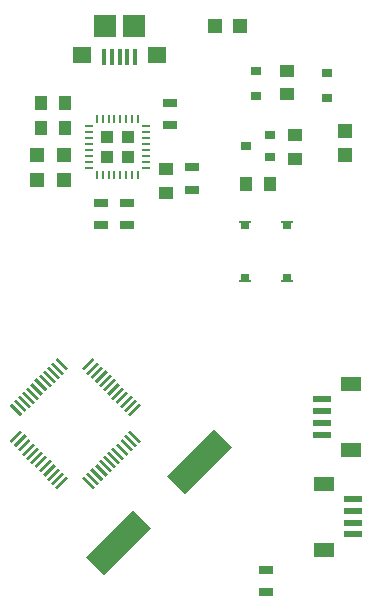
<source format=gtp>
G04 #@! TF.FileFunction,Paste,Top*
%FSLAX46Y46*%
G04 Gerber Fmt 4.6, Leading zero omitted, Abs format (unit mm)*
G04 Created by KiCad (PCBNEW 4.0.5) date Tuesday, June 20, 2017 'PMt' 03:43:36 PM*
%MOMM*%
%LPD*%
G01*
G04 APERTURE LIST*
%ADD10C,0.100000*%
%ADD11R,1.000000X1.250000*%
%ADD12R,1.250000X1.000000*%
%ADD13R,0.900000X0.800000*%
%ADD14R,1.198880X1.198880*%
%ADD15R,0.400000X1.350000*%
%ADD16R,1.600000X1.400000*%
%ADD17R,1.900000X1.900000*%
%ADD18R,1.550000X0.600000*%
%ADD19R,1.800000X1.200000*%
%ADD20R,1.300000X0.700000*%
%ADD21R,1.100000X0.200000*%
%ADD22R,0.700000X0.700000*%
%ADD23R,0.700000X0.250000*%
%ADD24R,0.250000X0.700000*%
%ADD25R,1.035000X1.035000*%
G04 APERTURE END LIST*
D10*
G36*
X132123341Y-101976324D02*
X133608676Y-103461659D01*
X129648383Y-107421952D01*
X128163048Y-105936617D01*
X132123341Y-101976324D01*
X132123341Y-101976324D01*
G37*
G36*
X125266017Y-108833648D02*
X126751352Y-110318983D01*
X122791059Y-114279276D01*
X121305724Y-112793941D01*
X125266017Y-108833648D01*
X125266017Y-108833648D01*
G37*
D11*
X119516400Y-76469240D03*
X117516400Y-76469240D03*
X119496080Y-74305160D03*
X117496080Y-74305160D03*
D12*
X128036320Y-79914240D03*
X128036320Y-81914240D03*
D11*
X134864600Y-81183480D03*
X136864600Y-81183480D03*
D12*
X138988800Y-77069440D03*
X138988800Y-79069440D03*
D13*
X141711680Y-73917520D03*
X141711680Y-71817520D03*
X135636000Y-73744800D03*
X135636000Y-71644800D03*
D14*
X119430800Y-80850740D03*
X119430800Y-78752700D03*
X117124480Y-80845660D03*
X117124480Y-78747620D03*
X132199380Y-67843400D03*
X134297420Y-67843400D03*
D10*
G36*
X122049979Y-106839289D02*
X121873202Y-107016066D01*
X120953963Y-106096827D01*
X121130740Y-105920050D01*
X122049979Y-106839289D01*
X122049979Y-106839289D01*
G37*
G36*
X122403532Y-106485736D02*
X122226755Y-106662513D01*
X121307516Y-105743274D01*
X121484293Y-105566497D01*
X122403532Y-106485736D01*
X122403532Y-106485736D01*
G37*
G36*
X122757086Y-106132182D02*
X122580309Y-106308959D01*
X121661070Y-105389720D01*
X121837847Y-105212943D01*
X122757086Y-106132182D01*
X122757086Y-106132182D01*
G37*
G36*
X123110639Y-105778629D02*
X122933862Y-105955406D01*
X122014623Y-105036167D01*
X122191400Y-104859390D01*
X123110639Y-105778629D01*
X123110639Y-105778629D01*
G37*
G36*
X123464192Y-105425076D02*
X123287415Y-105601853D01*
X122368176Y-104682614D01*
X122544953Y-104505837D01*
X123464192Y-105425076D01*
X123464192Y-105425076D01*
G37*
G36*
X123817746Y-105071522D02*
X123640969Y-105248299D01*
X122721730Y-104329060D01*
X122898507Y-104152283D01*
X123817746Y-105071522D01*
X123817746Y-105071522D01*
G37*
G36*
X124171299Y-104717969D02*
X123994522Y-104894746D01*
X123075283Y-103975507D01*
X123252060Y-103798730D01*
X124171299Y-104717969D01*
X124171299Y-104717969D01*
G37*
G36*
X124524853Y-104364415D02*
X124348076Y-104541192D01*
X123428837Y-103621953D01*
X123605614Y-103445176D01*
X124524853Y-104364415D01*
X124524853Y-104364415D01*
G37*
G36*
X124878406Y-104010862D02*
X124701629Y-104187639D01*
X123782390Y-103268400D01*
X123959167Y-103091623D01*
X124878406Y-104010862D01*
X124878406Y-104010862D01*
G37*
G36*
X125231959Y-103657309D02*
X125055182Y-103834086D01*
X124135943Y-102914847D01*
X124312720Y-102738070D01*
X125231959Y-103657309D01*
X125231959Y-103657309D01*
G37*
G36*
X125585513Y-103303755D02*
X125408736Y-103480532D01*
X124489497Y-102561293D01*
X124666274Y-102384516D01*
X125585513Y-103303755D01*
X125585513Y-103303755D01*
G37*
G36*
X125939066Y-102950202D02*
X125762289Y-103126979D01*
X124843050Y-102207740D01*
X125019827Y-102030963D01*
X125939066Y-102950202D01*
X125939066Y-102950202D01*
G37*
G36*
X125762289Y-99768221D02*
X125939066Y-99944998D01*
X125019827Y-100864237D01*
X124843050Y-100687460D01*
X125762289Y-99768221D01*
X125762289Y-99768221D01*
G37*
G36*
X125408736Y-99414668D02*
X125585513Y-99591445D01*
X124666274Y-100510684D01*
X124489497Y-100333907D01*
X125408736Y-99414668D01*
X125408736Y-99414668D01*
G37*
G36*
X125055182Y-99061114D02*
X125231959Y-99237891D01*
X124312720Y-100157130D01*
X124135943Y-99980353D01*
X125055182Y-99061114D01*
X125055182Y-99061114D01*
G37*
G36*
X124701629Y-98707561D02*
X124878406Y-98884338D01*
X123959167Y-99803577D01*
X123782390Y-99626800D01*
X124701629Y-98707561D01*
X124701629Y-98707561D01*
G37*
G36*
X124348076Y-98354008D02*
X124524853Y-98530785D01*
X123605614Y-99450024D01*
X123428837Y-99273247D01*
X124348076Y-98354008D01*
X124348076Y-98354008D01*
G37*
G36*
X123994522Y-98000454D02*
X124171299Y-98177231D01*
X123252060Y-99096470D01*
X123075283Y-98919693D01*
X123994522Y-98000454D01*
X123994522Y-98000454D01*
G37*
G36*
X123640969Y-97646901D02*
X123817746Y-97823678D01*
X122898507Y-98742917D01*
X122721730Y-98566140D01*
X123640969Y-97646901D01*
X123640969Y-97646901D01*
G37*
G36*
X123287415Y-97293347D02*
X123464192Y-97470124D01*
X122544953Y-98389363D01*
X122368176Y-98212586D01*
X123287415Y-97293347D01*
X123287415Y-97293347D01*
G37*
G36*
X122933862Y-96939794D02*
X123110639Y-97116571D01*
X122191400Y-98035810D01*
X122014623Y-97859033D01*
X122933862Y-96939794D01*
X122933862Y-96939794D01*
G37*
G36*
X122580309Y-96586241D02*
X122757086Y-96763018D01*
X121837847Y-97682257D01*
X121661070Y-97505480D01*
X122580309Y-96586241D01*
X122580309Y-96586241D01*
G37*
G36*
X122226755Y-96232687D02*
X122403532Y-96409464D01*
X121484293Y-97328703D01*
X121307516Y-97151926D01*
X122226755Y-96232687D01*
X122226755Y-96232687D01*
G37*
G36*
X121873202Y-95879134D02*
X122049979Y-96055911D01*
X121130740Y-96975150D01*
X120953963Y-96798373D01*
X121873202Y-95879134D01*
X121873202Y-95879134D01*
G37*
G36*
X119787237Y-96798373D02*
X119610460Y-96975150D01*
X118691221Y-96055911D01*
X118867998Y-95879134D01*
X119787237Y-96798373D01*
X119787237Y-96798373D01*
G37*
G36*
X119433684Y-97151926D02*
X119256907Y-97328703D01*
X118337668Y-96409464D01*
X118514445Y-96232687D01*
X119433684Y-97151926D01*
X119433684Y-97151926D01*
G37*
G36*
X119080130Y-97505480D02*
X118903353Y-97682257D01*
X117984114Y-96763018D01*
X118160891Y-96586241D01*
X119080130Y-97505480D01*
X119080130Y-97505480D01*
G37*
G36*
X118726577Y-97859033D02*
X118549800Y-98035810D01*
X117630561Y-97116571D01*
X117807338Y-96939794D01*
X118726577Y-97859033D01*
X118726577Y-97859033D01*
G37*
G36*
X118373024Y-98212586D02*
X118196247Y-98389363D01*
X117277008Y-97470124D01*
X117453785Y-97293347D01*
X118373024Y-98212586D01*
X118373024Y-98212586D01*
G37*
G36*
X118019470Y-98566140D02*
X117842693Y-98742917D01*
X116923454Y-97823678D01*
X117100231Y-97646901D01*
X118019470Y-98566140D01*
X118019470Y-98566140D01*
G37*
G36*
X117665917Y-98919693D02*
X117489140Y-99096470D01*
X116569901Y-98177231D01*
X116746678Y-98000454D01*
X117665917Y-98919693D01*
X117665917Y-98919693D01*
G37*
G36*
X117312363Y-99273247D02*
X117135586Y-99450024D01*
X116216347Y-98530785D01*
X116393124Y-98354008D01*
X117312363Y-99273247D01*
X117312363Y-99273247D01*
G37*
G36*
X116958810Y-99626800D02*
X116782033Y-99803577D01*
X115862794Y-98884338D01*
X116039571Y-98707561D01*
X116958810Y-99626800D01*
X116958810Y-99626800D01*
G37*
G36*
X116605257Y-99980353D02*
X116428480Y-100157130D01*
X115509241Y-99237891D01*
X115686018Y-99061114D01*
X116605257Y-99980353D01*
X116605257Y-99980353D01*
G37*
G36*
X116251703Y-100333907D02*
X116074926Y-100510684D01*
X115155687Y-99591445D01*
X115332464Y-99414668D01*
X116251703Y-100333907D01*
X116251703Y-100333907D01*
G37*
G36*
X115898150Y-100687460D02*
X115721373Y-100864237D01*
X114802134Y-99944998D01*
X114978911Y-99768221D01*
X115898150Y-100687460D01*
X115898150Y-100687460D01*
G37*
G36*
X115721373Y-102030963D02*
X115898150Y-102207740D01*
X114978911Y-103126979D01*
X114802134Y-102950202D01*
X115721373Y-102030963D01*
X115721373Y-102030963D01*
G37*
G36*
X116074926Y-102384516D02*
X116251703Y-102561293D01*
X115332464Y-103480532D01*
X115155687Y-103303755D01*
X116074926Y-102384516D01*
X116074926Y-102384516D01*
G37*
G36*
X116428480Y-102738070D02*
X116605257Y-102914847D01*
X115686018Y-103834086D01*
X115509241Y-103657309D01*
X116428480Y-102738070D01*
X116428480Y-102738070D01*
G37*
G36*
X116782033Y-103091623D02*
X116958810Y-103268400D01*
X116039571Y-104187639D01*
X115862794Y-104010862D01*
X116782033Y-103091623D01*
X116782033Y-103091623D01*
G37*
G36*
X117135586Y-103445176D02*
X117312363Y-103621953D01*
X116393124Y-104541192D01*
X116216347Y-104364415D01*
X117135586Y-103445176D01*
X117135586Y-103445176D01*
G37*
G36*
X117489140Y-103798730D02*
X117665917Y-103975507D01*
X116746678Y-104894746D01*
X116569901Y-104717969D01*
X117489140Y-103798730D01*
X117489140Y-103798730D01*
G37*
G36*
X117842693Y-104152283D02*
X118019470Y-104329060D01*
X117100231Y-105248299D01*
X116923454Y-105071522D01*
X117842693Y-104152283D01*
X117842693Y-104152283D01*
G37*
G36*
X118196247Y-104505837D02*
X118373024Y-104682614D01*
X117453785Y-105601853D01*
X117277008Y-105425076D01*
X118196247Y-104505837D01*
X118196247Y-104505837D01*
G37*
G36*
X118549800Y-104859390D02*
X118726577Y-105036167D01*
X117807338Y-105955406D01*
X117630561Y-105778629D01*
X118549800Y-104859390D01*
X118549800Y-104859390D01*
G37*
G36*
X118903353Y-105212943D02*
X119080130Y-105389720D01*
X118160891Y-106308959D01*
X117984114Y-106132182D01*
X118903353Y-105212943D01*
X118903353Y-105212943D01*
G37*
G36*
X119256907Y-105566497D02*
X119433684Y-105743274D01*
X118514445Y-106662513D01*
X118337668Y-106485736D01*
X119256907Y-105566497D01*
X119256907Y-105566497D01*
G37*
G36*
X119610460Y-105920050D02*
X119787237Y-106096827D01*
X118867998Y-107016066D01*
X118691221Y-106839289D01*
X119610460Y-105920050D01*
X119610460Y-105920050D01*
G37*
D12*
X138297920Y-73583040D03*
X138297920Y-71583040D03*
D15*
X124129800Y-70457440D03*
X123479800Y-70457440D03*
X122829800Y-70457440D03*
X124779800Y-70457440D03*
X125429800Y-70457440D03*
D16*
X127329800Y-70232440D03*
X120929800Y-70232440D03*
D17*
X125329800Y-67782440D03*
X122929800Y-67782440D03*
D18*
X141231500Y-99419280D03*
X141231500Y-100419280D03*
X141231500Y-101419280D03*
X141231500Y-102419280D03*
D19*
X143756500Y-98119280D03*
X143756500Y-103719280D03*
D18*
X143924140Y-110857160D03*
X143924140Y-109857160D03*
X143924140Y-108857160D03*
X143924140Y-107857160D03*
D19*
X141399140Y-112157160D03*
X141399140Y-106557160D03*
D20*
X122519440Y-84673480D03*
X122519440Y-82773480D03*
X130246120Y-81681360D03*
X130246120Y-79781360D03*
X124724160Y-84678560D03*
X124724160Y-82778560D03*
X128381760Y-74330520D03*
X128381760Y-76230520D03*
X136545320Y-115758000D03*
X136545320Y-113858000D03*
D21*
X138275000Y-89368400D03*
X138275000Y-84418400D03*
X134775000Y-89368400D03*
X134775000Y-84418400D03*
D22*
X134775000Y-84668400D03*
X138275000Y-89118400D03*
X134775000Y-89118400D03*
X138275000Y-84668400D03*
D13*
X136839200Y-78915300D03*
X136839200Y-77015300D03*
X134839200Y-77965300D03*
D14*
X143217900Y-76674980D03*
X143217900Y-78773020D03*
D23*
X126339300Y-79816900D03*
X126339300Y-79316900D03*
X126339300Y-78816900D03*
X126339300Y-78316900D03*
X126339300Y-77816900D03*
X126339300Y-77316900D03*
X126339300Y-76816900D03*
X126339300Y-76316900D03*
D24*
X125689300Y-75666900D03*
X125189300Y-75666900D03*
X124689300Y-75666900D03*
X124189300Y-75666900D03*
X123689300Y-75666900D03*
X123189300Y-75666900D03*
X122689300Y-75666900D03*
X122189300Y-75666900D03*
D23*
X121539300Y-76316900D03*
X121539300Y-76816900D03*
X121539300Y-77316900D03*
X121539300Y-77816900D03*
X121539300Y-78316900D03*
X121539300Y-78816900D03*
X121539300Y-79316900D03*
X121539300Y-79816900D03*
D24*
X122189300Y-80466900D03*
X122689300Y-80466900D03*
X123189300Y-80466900D03*
X123689300Y-80466900D03*
X124189300Y-80466900D03*
X124689300Y-80466900D03*
X125189300Y-80466900D03*
X125689300Y-80466900D03*
D25*
X123076800Y-77204400D03*
X123076800Y-78929400D03*
X124801800Y-77204400D03*
X124801800Y-78929400D03*
M02*

</source>
